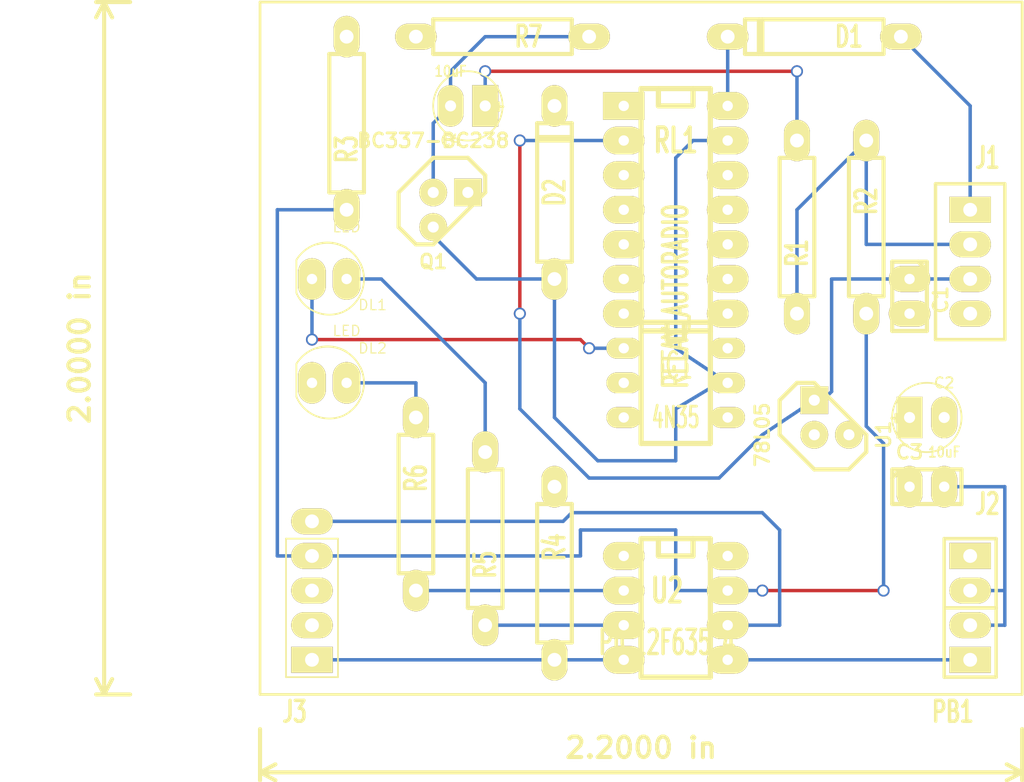
<source format=kicad_pcb>
(kicad_pcb (version 3) (host pcbnew "(2013-07-07 BZR 4022)-stable")

  (general
    (links 47)
    (no_connects 1)
    (area 42.800001 27.839999 123.147666 87.155)
    (thickness 1.6)
    (drawings 7)
    (tracks 150)
    (zones 0)
    (modules 24)
    (nets 19)
  )

  (page A3)
  (layers
    (15 F.Cu signal)
    (4 F1.Cu signal)
    (3 F2.Cu signal)
    (2 GND.Cu power)
    (1 VCC.Cu power)
    (0 B.Cu signal)
    (16 B.Adhes user)
    (17 F.Adhes user)
    (18 B.Paste user)
    (19 F.Paste user)
    (20 B.SilkS user)
    (21 F.SilkS user)
    (22 B.Mask user)
    (23 F.Mask user)
    (24 Dwgs.User user)
    (25 Cmts.User user)
    (26 Eco1.User user)
    (27 Eco2.User user)
    (28 Edge.Cuts user)
  )

  (setup
    (last_trace_width 0.254)
    (trace_clearance 0.254)
    (zone_clearance 0.508)
    (zone_45_only no)
    (trace_min 0.254)
    (segment_width 0.2)
    (edge_width 0.1)
    (via_size 0.889)
    (via_drill 0.635)
    (via_min_size 0.889)
    (via_min_drill 0.508)
    (uvia_size 0.508)
    (uvia_drill 0.127)
    (uvias_allowed no)
    (uvia_min_size 0.508)
    (uvia_min_drill 0.127)
    (pcb_text_width 0.3)
    (pcb_text_size 1.5 1.5)
    (mod_edge_width 0.127)
    (mod_text_size 1 1)
    (mod_text_width 0.15)
    (pad_size 1.905 3.048)
    (pad_drill 1.016)
    (pad_to_mask_clearance 0)
    (aux_axis_origin 0 0)
    (visible_elements 7FFF7FFF)
    (pcbplotparams
      (layerselection 3178527)
      (usegerberextensions false)
      (excludeedgelayer true)
      (linewidth 0.150000)
      (plotframeref true)
      (viasonmask false)
      (mode 1)
      (useauxorigin false)
      (hpglpennumber 1)
      (hpglpenspeed 20)
      (hpglpendiameter 15)
      (hpglpenoverlay 2)
      (psnegative false)
      (psa4output true)
      (plotreference true)
      (plotvalue true)
      (plotothertext true)
      (plotinvisibletext false)
      (padsonsilk false)
      (subtractmaskfromsilk false)
      (outputformat 2)
      (mirror false)
      (drillshape 0)
      (scaleselection 1)
      (outputdirectory PS/))
  )

  (net 0 "")
  (net 1 +12V)
  (net 2 +5V)
  (net 3 /+12V_CMD)
  (net 4 "/+12Vcc (Autoradio)")
  (net 5 /ClockOUT)
  (net 6 GND)
  (net 7 ICSPCLK)
  (net 8 ICSPDAT)
  (net 9 N-0000010)
  (net 10 N-0000011)
  (net 11 N-0000012)
  (net 12 N-0000013)
  (net 13 N-0000014)
  (net 14 N-000002)
  (net 15 N-000003)
  (net 16 N-000004)
  (net 17 N-000009)
  (net 18 VPP/MCLR)

  (net_class Default "This is the default net class."
    (clearance 0.254)
    (trace_width 0.254)
    (via_dia 0.889)
    (via_drill 0.635)
    (uvia_dia 0.508)
    (uvia_drill 0.127)
    (add_net "")
    (add_net +12V)
    (add_net +5V)
    (add_net /+12V_CMD)
    (add_net "/+12Vcc (Autoradio)")
    (add_net /ClockOUT)
    (add_net GND)
    (add_net ICSPCLK)
    (add_net ICSPDAT)
    (add_net N-0000010)
    (add_net N-0000011)
    (add_net N-0000012)
    (add_net N-0000013)
    (add_net N-0000014)
    (add_net N-000002)
    (add_net N-000003)
    (add_net N-000004)
    (add_net N-000009)
    (add_net VPP/MCLR)
  )

  (module LnCap_100 (layer F.Cu) (tedit 549DD321) (tstamp 547ACBE3)
    (at 109.855 49.53 270)
    (descr "Ln Cond 1 pas")
    (tags C)
    (path /5479D91E)
    (fp_text reference C1 (at 0.254 -2.286 270) (layer F.SilkS)
      (effects (font (size 1.016 1.016) (thickness 0.2032)))
    )
    (fp_text value 100nF (at 0 -2.286 270) (layer F.SilkS) hide
      (effects (font (size 1.016 1.016) (thickness 0.2032)))
    )
    (fp_line (start -2.4892 -1.27) (end 2.54 -1.27) (layer F.SilkS) (width 0.3048))
    (fp_line (start 2.54 -1.27) (end 2.54 1.27) (layer F.SilkS) (width 0.3048))
    (fp_line (start 2.54 1.27) (end -2.54 1.27) (layer F.SilkS) (width 0.3048))
    (fp_line (start -2.54 1.27) (end -2.54 -1.27) (layer F.SilkS) (width 0.3048))
    (fp_line (start -2.54 -0.635) (end -1.905 -1.27) (layer F.SilkS) (width 0.3048))
    (pad 1 thru_hole oval (at -1.27 0 270) (size 1.905 3.048) (drill 0.762)
      (layers *.Mask B.Cu F.SilkS)
      (net 4 "/+12Vcc (Autoradio)")
    )
    (pad 2 thru_hole oval (at 1.27 0 270) (size 1.905 3.048) (drill 0.762)
      (layers *.Cu *.Mask F.SilkS)
      (net 6 GND)
    )
    (model discret/capa_1_pas.wrl
      (at (xyz 0 0 0))
      (scale (xyz 1 1 1))
      (rotate (xyz 0 0 0))
    )
  )

  (module LnDIP-08_300   locked (layer F.Cu) (tedit 549DD345) (tstamp 547ACB73)
    (at 88.9 68.58)
    (descr "8 pins DIL package, elliptical pads")
    (tags DIL)
    (path /547C17A2)
    (fp_text reference U2 (at 3.175 2.54) (layer F.SilkS)
      (effects (font (size 1.778 1.143) (thickness 0.28575)))
    )
    (fp_text value PIC12F635_4 (at 3.175 6.35) (layer F.SilkS)
      (effects (font (size 1.778 1.016) (thickness 0.254)))
    )
    (fp_line (start 5.08 -1.27) (end 5.08 0) (layer F.SilkS) (width 0.381))
    (fp_line (start 5.08 0) (end 2.54 0) (layer F.SilkS) (width 0.381))
    (fp_line (start 2.54 0) (end 2.54 -1.27) (layer F.SilkS) (width 0.381))
    (fp_line (start 6.35 -1.27) (end 6.35 8.89) (layer F.SilkS) (width 0.381))
    (fp_line (start 6.35 8.89) (end 1.27 8.89) (layer F.SilkS) (width 0.381))
    (fp_line (start 1.27 8.89) (end 1.27 -1.27) (layer F.SilkS) (width 0.381))
    (fp_line (start 1.27 -1.27) (end 6.35 -1.27) (layer F.SilkS) (width 0.381))
    (pad 1 thru_hole oval (at 0 0 270) (size 2.032 3.048) (drill 0.762)
      (layers *.Cu *.Mask F.SilkS)
      (net 2 +5V)
    )
    (pad 2 thru_hole oval (at 0 2.54 270) (size 2.032 3.048) (drill 0.762)
      (layers *.Mask B.Cu F.SilkS)
      (net 14 N-000002)
    )
    (pad 3 thru_hole oval (at 0 5.08 270) (size 2.032 3.048) (drill 0.762)
      (layers *.Mask B.Cu F.SilkS)
      (net 5 /ClockOUT)
    )
    (pad 4 thru_hole oval (at 0 7.62 270) (size 2.032 3.048) (drill 0.762)
      (layers *.Mask B.Cu F.SilkS)
      (net 18 VPP/MCLR)
    )
    (pad 5 thru_hole oval (at 7.62 7.62 270) (size 2.032 3.048) (drill 0.762)
      (layers *.Mask B.Cu F.SilkS)
      (net 9 N-0000010)
    )
    (pad 6 thru_hole oval (at 7.62 5.08 270) (size 2.032 3.048) (drill 0.762)
      (layers *.Mask B.Cu F.SilkS)
      (net 7 ICSPCLK)
    )
    (pad 7 thru_hole oval (at 7.62 2.54 270) (size 2.032 3.048) (drill 0.762)
      (layers *.Mask B.Cu F.SilkS)
      (net 8 ICSPDAT)
    )
    (pad 8 thru_hole oval (at 7.62 0 270) (size 2.032 3.048) (drill 0.762)
      (layers *.Cu *.Mask F.SilkS)
      (net 6 GND)
    )
    (model dil/dil_8.wrl
      (at (xyz 0 0 0))
      (scale (xyz 1 1 1))
      (rotate (xyz 0 0 0))
    )
  )

  (module LnDiode_500 (layer F.Cu) (tedit 549DD42E) (tstamp 547ACBBD)
    (at 83.82 41.91 90)
    (descr "Diode 5 pas")
    (tags "DIODE DEV")
    (path /547EB908)
    (fp_text reference D2 (at 0 0 90) (layer F.SilkS)
      (effects (font (size 1.524 1.016) (thickness 0.3048)))
    )
    (fp_text value 1N4148 (at 0 2.54 90) (layer F.SilkS) hide
      (effects (font (size 1.524 1.016) (thickness 0.3048)))
    )
    (fp_line (start 6.35 0) (end 5.08 0) (layer F.SilkS) (width 0.3048))
    (fp_line (start 5.08 0) (end 5.08 -1.27) (layer F.SilkS) (width 0.3048))
    (fp_line (start 5.08 -1.27) (end -5.08 -1.27) (layer F.SilkS) (width 0.3048))
    (fp_line (start -5.08 -1.27) (end -5.08 0) (layer F.SilkS) (width 0.3048))
    (fp_line (start -5.08 0) (end -6.35 0) (layer F.SilkS) (width 0.3048))
    (fp_line (start -5.08 0) (end -5.08 1.27) (layer F.SilkS) (width 0.3048))
    (fp_line (start -5.08 1.27) (end 5.08 1.27) (layer F.SilkS) (width 0.3048))
    (fp_line (start 5.08 1.27) (end 5.08 0) (layer F.SilkS) (width 0.3048))
    (fp_line (start 3.81 -1.27) (end 3.81 1.27) (layer F.SilkS) (width 0.3048))
    (fp_line (start 4.064 -1.27) (end 4.064 1.27) (layer F.SilkS) (width 0.3048))
    (pad 1 thru_hole oval (at -6.35 0 180) (size 1.905 3.048) (drill 1.016)
      (layers *.Mask B.Cu F.SilkS)
      (net 11 N-0000012)
    )
    (pad 2 thru_hole oval (at 6.35 0 180) (size 1.905 3.048) (drill 1.016)
      (layers *.Cu *.Mask F.SilkS)
      (net 13 N-0000014)
    )
    (model discret/diode.wrl
      (at (xyz 0 0 0))
      (scale (xyz 0.5 0.5 0.5))
      (rotate (xyz 0 0 0))
    )
  )

  (module LnLM78XX-TO92 (layer F.Cu) (tedit 549DD333) (tstamp 547AD6A5)
    (at 104.14 58.42 90)
    (descr 7805)
    (tags "TR TO92")
    (path /5479CD70)
    (fp_text reference U1 (at -1.27 3.81 90) (layer F.SilkS)
      (effects (font (size 1.016 1.016) (thickness 0.2032)))
    )
    (fp_text value 78L05 (at -1.27 -5.08 90) (layer F.SilkS)
      (effects (font (size 1.016 1.016) (thickness 0.2032)))
    )
    (fp_line (start -1.27 2.54) (end 2.54 -1.27) (layer F.SilkS) (width 0.3048))
    (fp_line (start 2.54 -1.27) (end 2.54 -2.54) (layer F.SilkS) (width 0.3048))
    (fp_line (start 2.54 -2.54) (end 1.27 -3.81) (layer F.SilkS) (width 0.3048))
    (fp_line (start 1.27 -3.81) (end -1.27 -3.81) (layer F.SilkS) (width 0.3048))
    (fp_line (start -1.27 -3.81) (end -3.81 -1.27) (layer F.SilkS) (width 0.3048))
    (fp_line (start -3.81 -1.27) (end -3.81 1.27) (layer F.SilkS) (width 0.3048))
    (fp_line (start -3.81 1.27) (end -2.54 2.54) (layer F.SilkS) (width 0.3048))
    (fp_line (start -2.54 2.54) (end -1.27 2.54) (layer F.SilkS) (width 0.3048))
    (pad VI thru_hole rect (at 1.27 -1.27 90) (size 2.032 2.032) (drill 0.8128)
      (layers *.Mask B.Cu F.SilkS)
      (net 4 "/+12Vcc (Autoradio)")
    )
    (pad GND thru_hole circle (at -1.27 -1.27 90) (size 2.032 2.032) (drill 0.8128)
      (layers *.Cu *.Mask F.SilkS)
      (net 6 GND)
    )
    (pad VO thru_hole circle (at -1.27 1.27 90) (size 2.032 2.032) (drill 0.8128)
      (layers *.Cu *.Mask F.SilkS)
      (net 2 +5V)
    )
    (model discret/to98.wrl
      (at (xyz 0 0 0))
      (scale (xyz 1 1 1))
      (rotate (xyz 0 0 0))
    )
  )

  (module LnRes-500 (layer F.Cu) (tedit 549DD306) (tstamp 549DD0C0)
    (at 68.58 43.18 90)
    (descr "Diode 5 pas")
    (tags "DIODE DEV")
    (path /5479D629)
    (fp_text reference R3 (at 4.445 0 90) (layer F.SilkS)
      (effects (font (size 1.524 1.016) (thickness 0.254)))
    )
    (fp_text value 2K2 (at 8.255 0 90) (layer F.SilkS) hide
      (effects (font (size 1.524 1.016) (thickness 0.254)))
    )
    (fp_line (start 12.7 0) (end 11.43 0) (layer F.SilkS) (width 0.3048))
    (fp_line (start 11.43 0) (end 11.43 -1.27) (layer F.SilkS) (width 0.3048))
    (fp_line (start 11.43 -1.27) (end 1.27 -1.27) (layer F.SilkS) (width 0.3048))
    (fp_line (start 1.27 -1.27) (end 1.27 0) (layer F.SilkS) (width 0.3048))
    (fp_line (start 1.27 0) (end 0 0) (layer F.SilkS) (width 0.3048))
    (fp_line (start 1.27 0) (end 1.27 1.27) (layer F.SilkS) (width 0.3048))
    (fp_line (start 1.27 1.27) (end 11.43 1.27) (layer F.SilkS) (width 0.3048))
    (fp_line (start 11.43 1.27) (end 11.43 0) (layer F.SilkS) (width 0.3048))
    (pad 1 thru_hole oval (at 0 0 180) (size 1.905 3.048) (drill 1.016)
      (layers *.Mask B.Cu F.SilkS)
      (net 8 ICSPDAT)
    )
    (pad 2 thru_hole oval (at 12.7 0 180) (size 1.905 3.048) (drill 1.016)
      (layers *.Cu *.Mask F.SilkS)
      (net 6 GND)
    )
    (model discret/diode.wrl
      (at (xyz 0 0 0))
      (scale (xyz 0.5 0.5 0.5))
      (rotate (xyz 0 0 0))
    )
  )

  (module LnRes-500 (layer F.Cu) (tedit 549DD30B) (tstamp 549DD0CE)
    (at 86.36 30.48 180)
    (descr "Diode 5 pas")
    (tags "DIODE DEV")
    (path /549D8685)
    (fp_text reference R7 (at 4.445 0 180) (layer F.SilkS)
      (effects (font (size 1.524 1.016) (thickness 0.254)))
    )
    (fp_text value 2k2 (at 8.255 0 180) (layer F.SilkS) hide
      (effects (font (size 1.524 1.016) (thickness 0.254)))
    )
    (fp_line (start 12.7 0) (end 11.43 0) (layer F.SilkS) (width 0.3048))
    (fp_line (start 11.43 0) (end 11.43 -1.27) (layer F.SilkS) (width 0.3048))
    (fp_line (start 11.43 -1.27) (end 1.27 -1.27) (layer F.SilkS) (width 0.3048))
    (fp_line (start 1.27 -1.27) (end 1.27 0) (layer F.SilkS) (width 0.3048))
    (fp_line (start 1.27 0) (end 0 0) (layer F.SilkS) (width 0.3048))
    (fp_line (start 1.27 0) (end 1.27 1.27) (layer F.SilkS) (width 0.3048))
    (fp_line (start 1.27 1.27) (end 11.43 1.27) (layer F.SilkS) (width 0.3048))
    (fp_line (start 11.43 1.27) (end 11.43 0) (layer F.SilkS) (width 0.3048))
    (pad 1 thru_hole oval (at 0 0 270) (size 1.905 3.048) (drill 1.016)
      (layers *.Mask B.Cu F.SilkS)
      (net 10 N-0000011)
    )
    (pad 2 thru_hole oval (at 12.7 0 270) (size 1.905 3.048) (drill 1.016)
      (layers *.Cu *.Mask F.SilkS)
      (net 6 GND)
    )
    (model discret/diode.wrl
      (at (xyz 0 0 0))
      (scale (xyz 0.5 0.5 0.5))
      (rotate (xyz 0 0 0))
    )
  )

  (module LnRes-500 (layer F.Cu) (tedit 549DC438) (tstamp 549DD108)
    (at 106.68 38.1 270)
    (descr "Diode 5 pas")
    (tags "DIODE DEV")
    (path /5479D383)
    (fp_text reference R2 (at 4.445 0 270) (layer F.SilkS)
      (effects (font (size 1.524 1.016) (thickness 0.254)))
    )
    (fp_text value 4K7 (at 8.255 0 270) (layer F.SilkS) hide
      (effects (font (size 1.524 1.016) (thickness 0.254)))
    )
    (fp_line (start 12.7 0) (end 11.43 0) (layer F.SilkS) (width 0.3048))
    (fp_line (start 11.43 0) (end 11.43 -1.27) (layer F.SilkS) (width 0.3048))
    (fp_line (start 11.43 -1.27) (end 1.27 -1.27) (layer F.SilkS) (width 0.3048))
    (fp_line (start 1.27 -1.27) (end 1.27 0) (layer F.SilkS) (width 0.3048))
    (fp_line (start 1.27 0) (end 0 0) (layer F.SilkS) (width 0.3048))
    (fp_line (start 1.27 0) (end 1.27 1.27) (layer F.SilkS) (width 0.3048))
    (fp_line (start 1.27 1.27) (end 11.43 1.27) (layer F.SilkS) (width 0.3048))
    (fp_line (start 11.43 1.27) (end 11.43 0) (layer F.SilkS) (width 0.3048))
    (pad 1 thru_hole oval (at 0 0) (size 1.905 3.048) (drill 1.016)
      (layers *.Mask B.Cu F.SilkS)
      (net 3 /+12V_CMD)
    )
    (pad 2 thru_hole oval (at 12.7 0) (size 1.905 3.048) (drill 1.016)
      (layers *.Mask B.Cu F.SilkS)
      (net 8 ICSPDAT)
    )
    (model discret/diode.wrl
      (at (xyz 0 0 0))
      (scale (xyz 0.5 0.5 0.5))
      (rotate (xyz 0 0 0))
    )
  )

  (module LnRes-500 (layer F.Cu) (tedit 549DC438) (tstamp 549DD116)
    (at 101.6 50.8 90)
    (descr "Diode 5 pas")
    (tags "DIODE DEV")
    (path /54973568)
    (fp_text reference R1 (at 4.445 0 90) (layer F.SilkS)
      (effects (font (size 1.524 1.016) (thickness 0.254)))
    )
    (fp_text value 25K (at 8.255 0 90) (layer F.SilkS) hide
      (effects (font (size 1.524 1.016) (thickness 0.254)))
    )
    (fp_line (start 12.7 0) (end 11.43 0) (layer F.SilkS) (width 0.3048))
    (fp_line (start 11.43 0) (end 11.43 -1.27) (layer F.SilkS) (width 0.3048))
    (fp_line (start 11.43 -1.27) (end 1.27 -1.27) (layer F.SilkS) (width 0.3048))
    (fp_line (start 1.27 -1.27) (end 1.27 0) (layer F.SilkS) (width 0.3048))
    (fp_line (start 1.27 0) (end 0 0) (layer F.SilkS) (width 0.3048))
    (fp_line (start 1.27 0) (end 1.27 1.27) (layer F.SilkS) (width 0.3048))
    (fp_line (start 1.27 1.27) (end 11.43 1.27) (layer F.SilkS) (width 0.3048))
    (fp_line (start 11.43 1.27) (end 11.43 0) (layer F.SilkS) (width 0.3048))
    (pad 1 thru_hole oval (at 0 0 180) (size 1.905 3.048) (drill 1.016)
      (layers *.Mask B.Cu F.SilkS)
      (net 3 /+12V_CMD)
    )
    (pad 2 thru_hole oval (at 12.7 0 180) (size 1.905 3.048) (drill 1.016)
      (layers *.Mask B.Cu F.SilkS)
      (net 12 N-0000013)
    )
    (model discret/diode.wrl
      (at (xyz 0 0 0))
      (scale (xyz 0.5 0.5 0.5))
      (rotate (xyz 0 0 0))
    )
  )

  (module LnRes-500 (layer F.Cu) (tedit 549DCE21) (tstamp 549DD143)
    (at 83.82 63.5 270)
    (descr "Diode 5 pas")
    (tags "DIODE DEV")
    (path /5399FA94)
    (fp_text reference R4 (at 4.445 0 270) (layer F.SilkS)
      (effects (font (size 1.524 1.016) (thickness 0.254)))
    )
    (fp_text value 25K (at 8.255 0 270) (layer F.SilkS) hide
      (effects (font (size 1.524 1.016) (thickness 0.254)))
    )
    (fp_line (start 12.7 0) (end 11.43 0) (layer F.SilkS) (width 0.3048))
    (fp_line (start 11.43 0) (end 11.43 -1.27) (layer F.SilkS) (width 0.3048))
    (fp_line (start 11.43 -1.27) (end 1.27 -1.27) (layer F.SilkS) (width 0.3048))
    (fp_line (start 1.27 -1.27) (end 1.27 0) (layer F.SilkS) (width 0.3048))
    (fp_line (start 1.27 0) (end 0 0) (layer F.SilkS) (width 0.3048))
    (fp_line (start 1.27 0) (end 1.27 1.27) (layer F.SilkS) (width 0.3048))
    (fp_line (start 1.27 1.27) (end 11.43 1.27) (layer F.SilkS) (width 0.3048))
    (fp_line (start 11.43 1.27) (end 11.43 0) (layer F.SilkS) (width 0.3048))
    (pad 1 thru_hole oval (at 0 0) (size 1.905 3.048) (drill 1.016)
      (layers *.Cu *.Mask F.SilkS)
      (net 2 +5V)
    )
    (pad 2 thru_hole oval (at 12.7 0) (size 1.905 3.048) (drill 1.016)
      (layers *.Mask B.Cu F.SilkS)
      (net 18 VPP/MCLR)
    )
    (model discret/diode.wrl
      (at (xyz 0 0 0))
      (scale (xyz 0.5 0.5 0.5))
      (rotate (xyz 0 0 0))
    )
  )

  (module LnRes-500 (layer F.Cu) (tedit 549FEAF4) (tstamp 549DD151)
    (at 73.66 58.42 270)
    (descr "Diode 5 pas")
    (tags "DIODE DEV")
    (path /54797C73)
    (fp_text reference R6 (at 4.445 0 270) (layer F.SilkS)
      (effects (font (size 1.524 1.016) (thickness 0.254)))
    )
    (fp_text value 470 (at 8.255 0 270) (layer F.SilkS) hide
      (effects (font (size 1.524 1.016) (thickness 0.254)))
    )
    (fp_line (start 12.7 0) (end 11.43 0) (layer F.SilkS) (width 0.3048))
    (fp_line (start 11.43 0) (end 11.43 -1.27) (layer F.SilkS) (width 0.3048))
    (fp_line (start 11.43 -1.27) (end 1.27 -1.27) (layer F.SilkS) (width 0.3048))
    (fp_line (start 1.27 -1.27) (end 1.27 0) (layer F.SilkS) (width 0.3048))
    (fp_line (start 1.27 0) (end 0 0) (layer F.SilkS) (width 0.3048))
    (fp_line (start 1.27 0) (end 1.27 1.27) (layer F.SilkS) (width 0.3048))
    (fp_line (start 1.27 1.27) (end 11.43 1.27) (layer F.SilkS) (width 0.3048))
    (fp_line (start 11.43 1.27) (end 11.43 0) (layer F.SilkS) (width 0.3048))
    (pad 1 thru_hole oval (at 0 0) (size 1.905 3.048) (drill 1.016)
      (layers *.Cu *.Mask F.SilkS)
      (net 17 N-000009)
    )
    (pad 2 thru_hole oval (at 12.7 0) (size 1.905 3.048) (drill 1.016)
      (layers *.Mask B.Cu F.SilkS)
      (net 14 N-000002)
    )
    (model discret/diode.wrl
      (at (xyz 0 0 0))
      (scale (xyz 0.5 0.5 0.5))
      (rotate (xyz 0 0 0))
    )
  )

  (module LnRes-500 (layer F.Cu) (tedit 549DC438) (tstamp 549DD15F)
    (at 78.74 73.66 90)
    (descr "Diode 5 pas")
    (tags "DIODE DEV")
    (path /547EB8EC)
    (fp_text reference R5 (at 4.445 0 90) (layer F.SilkS)
      (effects (font (size 1.524 1.016) (thickness 0.254)))
    )
    (fp_text value 330 (at 8.255 0 90) (layer F.SilkS) hide
      (effects (font (size 1.524 1.016) (thickness 0.254)))
    )
    (fp_line (start 12.7 0) (end 11.43 0) (layer F.SilkS) (width 0.3048))
    (fp_line (start 11.43 0) (end 11.43 -1.27) (layer F.SilkS) (width 0.3048))
    (fp_line (start 11.43 -1.27) (end 1.27 -1.27) (layer F.SilkS) (width 0.3048))
    (fp_line (start 1.27 -1.27) (end 1.27 0) (layer F.SilkS) (width 0.3048))
    (fp_line (start 1.27 0) (end 0 0) (layer F.SilkS) (width 0.3048))
    (fp_line (start 1.27 0) (end 1.27 1.27) (layer F.SilkS) (width 0.3048))
    (fp_line (start 1.27 1.27) (end 11.43 1.27) (layer F.SilkS) (width 0.3048))
    (fp_line (start 11.43 1.27) (end 11.43 0) (layer F.SilkS) (width 0.3048))
    (pad 1 thru_hole oval (at 0 0 180) (size 1.905 3.048) (drill 1.016)
      (layers *.Mask B.Cu F.SilkS)
      (net 5 /ClockOUT)
    )
    (pad 2 thru_hole oval (at 12.7 0 180) (size 1.905 3.048) (drill 1.016)
      (layers *.Mask B.Cu F.SilkS)
      (net 15 N-000003)
    )
    (model discret/diode.wrl
      (at (xyz 0 0 0))
      (scale (xyz 0.5 0.5 0.5))
      (rotate (xyz 0 0 0))
    )
  )

  (module LnDiode_500 (layer F.Cu) (tedit 549DC52C) (tstamp 549DD49D)
    (at 109.22 30.48 180)
    (descr "Diode 5 pas")
    (tags "DIODE DEV")
    (path /5479CD9B)
    (fp_text reference D1 (at 3.81 0 180) (layer F.SilkS)
      (effects (font (size 1.524 1.016) (thickness 0.254)))
    )
    (fp_text value 1N4001 (at 6.35 0 180) (layer F.SilkS) hide
      (effects (font (size 1.524 1.016) (thickness 0.254)))
    )
    (fp_line (start 12.7 0) (end 11.43 0) (layer F.SilkS) (width 0.3048))
    (fp_line (start 11.43 0) (end 11.43 -1.27) (layer F.SilkS) (width 0.3048))
    (fp_line (start 11.43 -1.27) (end 1.27 -1.27) (layer F.SilkS) (width 0.3048))
    (fp_line (start 1.27 -1.27) (end 1.27 0) (layer F.SilkS) (width 0.3048))
    (fp_line (start 1.27 0) (end 0 0) (layer F.SilkS) (width 0.3048))
    (fp_line (start 1.27 0) (end 1.27 1.27) (layer F.SilkS) (width 0.3048))
    (fp_line (start 1.27 1.27) (end 11.43 1.27) (layer F.SilkS) (width 0.3048))
    (fp_line (start 11.43 1.27) (end 11.43 0) (layer F.SilkS) (width 0.3048))
    (fp_line (start 10.16 -1.27) (end 10.16 1.27) (layer F.SilkS) (width 0.3048))
    (fp_line (start 10.414 -1.27) (end 10.414 1.27) (layer F.SilkS) (width 0.3048))
    (pad 1 thru_hole oval (at 0 0 270) (size 1.905 3.048) (drill 1.016)
      (layers *.Mask B.Cu F.SilkS)
      (net 1 +12V)
    )
    (pad 2 thru_hole oval (at 12.7 0 270) (size 1.905 3.048) (drill 1.016)
      (layers *.Mask B.Cu F.SilkS)
      (net 13 N-0000014)
    )
    (model discret/diode.wrl
      (at (xyz 0 0 0))
      (scale (xyz 0.5 0.5 0.5))
      (rotate (xyz 0 0 0))
    )
  )

  (module LnCap_100 (layer F.Cu) (tedit 549DD32F) (tstamp 549DE17C)
    (at 109.855 63.5)
    (descr "Ln Cond 1 pas")
    (tags C)
    (path /5479D8A2)
    (fp_text reference C3 (at 0 -2.54) (layer F.SilkS)
      (effects (font (size 1.016 1.016) (thickness 0.2032)))
    )
    (fp_text value 100nF (at 0 2.54) (layer F.SilkS) hide
      (effects (font (size 1.016 1.016) (thickness 0.2032)))
    )
    (fp_line (start -1.2192 -1.27) (end 3.81 -1.27) (layer F.SilkS) (width 0.3048))
    (fp_line (start 3.81 -1.27) (end 3.81 1.27) (layer F.SilkS) (width 0.3048))
    (fp_line (start 3.81 1.27) (end -1.27 1.27) (layer F.SilkS) (width 0.3048))
    (fp_line (start -1.27 1.27) (end -1.27 -1.27) (layer F.SilkS) (width 0.3048))
    (fp_line (start -1.27 -0.635) (end -0.635 -1.27) (layer F.SilkS) (width 0.3048))
    (pad 1 thru_hole oval (at 0 0) (size 1.905 3.048) (drill 0.762)
      (layers *.Cu *.Mask F.SilkS)
      (net 2 +5V)
    )
    (pad 2 thru_hole oval (at 2.54 0) (size 1.905 3.048) (drill 0.762)
      (layers *.Cu *.Mask F.SilkS)
      (net 6 GND)
    )
    (model discret/capa_1_pas.wrl
      (at (xyz 0 0 0))
      (scale (xyz 1 1 1))
      (rotate (xyz 0 0 0))
    )
  )

  (module LnDIP-06_300 (layer F.Cu) (tedit 549DD355) (tstamp 549DE2BD)
    (at 88.9 53.34)
    (descr "6 pins DIL package, round pads")
    (tags DIL)
    (path /547EB8F2)
    (fp_text reference IC1 (at 3.81 1.27) (layer F.SilkS)
      (effects (font (size 1.905 1.016) (thickness 0.2032)))
    )
    (fp_text value 4N35 (at 3.81 5.08) (layer F.SilkS)
      (effects (font (size 1.524 0.889) (thickness 0.2032)))
    )
    (fp_line (start 6.35 -1.905) (end 6.35 6.985) (layer F.SilkS) (width 0.381))
    (fp_line (start 6.35 6.985) (end 1.27 6.985) (layer F.SilkS) (width 0.381))
    (fp_line (start 1.27 6.985) (end 1.27 -1.905) (layer F.SilkS) (width 0.381))
    (fp_line (start 1.27 -1.905) (end 6.35 -1.905) (layer F.SilkS) (width 0.381))
    (fp_line (start 4.445 -1.905) (end 4.445 -0.635) (layer F.SilkS) (width 0.381))
    (fp_line (start 4.445 -0.635) (end 3.175 -0.635) (layer F.SilkS) (width 0.381))
    (fp_line (start 3.175 -0.635) (end 3.175 -1.905) (layer F.SilkS) (width 0.381))
    (pad 2 thru_hole oval (at 0 2.54 270) (size 1.524 2.54) (drill 0.762)
      (layers *.Cu *.Mask F.SilkS)
      (net 6 GND)
    )
    (pad 1 thru_hole oval (at 0 0 270) (size 1.524 2.54) (drill 0.762)
      (layers *.Mask B.Cu F.SilkS)
      (net 16 N-000004)
    )
    (pad 3 thru_hole oval (at 0 5.08 270) (size 1.524 2.54) (drill 0.762)
      (layers *.Mask B.Cu F.SilkS)
    )
    (pad 4 thru_hole oval (at 7.62 5.08 270) (size 1.524 2.54) (drill 0.762)
      (layers *.Cu *.Mask F.SilkS)
      (net 6 GND)
    )
    (pad 5 thru_hole oval (at 7.62 2.54 270) (size 1.524 2.54) (drill 0.762)
      (layers *.Mask B.Cu F.SilkS)
      (net 11 N-0000012)
    )
    (pad 6 thru_hole oval (at 7.62 0 270) (size 1.524 2.54) (drill 0.762)
      (layers *.Mask B.Cu F.SilkS)
    )
    (model dil/dil_6.wrl
      (at (xyz 0 0 0))
      (scale (xyz 1 1 1))
      (rotate (xyz 0 0 0))
    )
  )

  (module Ln-TO92-BC238 (layer F.Cu) (tedit 549EDE7E) (tstamp 549D899B)
    (at 76.2 43.18)
    (descr BC238)
    (tags "TR TO92")
    (path /549D865E)
    (fp_text reference Q1 (at -1.27 3.81) (layer F.SilkS)
      (effects (font (size 1.016 1.016) (thickness 0.2032)))
    )
    (fp_text value BC337-BC238 (at -1.27 -5.08) (layer F.SilkS)
      (effects (font (size 1.016 1.016) (thickness 0.2032)))
    )
    (fp_line (start -1.27 2.54) (end 2.54 -1.27) (layer F.SilkS) (width 0.3048))
    (fp_line (start 2.54 -1.27) (end 2.54 -2.54) (layer F.SilkS) (width 0.3048))
    (fp_line (start 2.54 -2.54) (end 1.27 -3.81) (layer F.SilkS) (width 0.3048))
    (fp_line (start 1.27 -3.81) (end -1.27 -3.81) (layer F.SilkS) (width 0.3048))
    (fp_line (start -1.27 -3.81) (end -3.81 -1.27) (layer F.SilkS) (width 0.3048))
    (fp_line (start -3.81 -1.27) (end -3.81 1.27) (layer F.SilkS) (width 0.3048))
    (fp_line (start -3.81 1.27) (end -2.54 2.54) (layer F.SilkS) (width 0.3048))
    (fp_line (start -2.54 2.54) (end -1.27 2.54) (layer F.SilkS) (width 0.3048))
    (pad E thru_hole rect (at 1.27 -1.27) (size 2.032 2.032) (drill 0.8128)
      (layers *.Cu *.Mask F.SilkS)
      (net 6 GND)
    )
    (pad B thru_hole circle (at -1.27 -1.27) (size 2.032 2.032) (drill 0.8128)
      (layers *.Mask B.Cu F.SilkS)
      (net 10 N-0000011)
    )
    (pad C thru_hole circle (at -1.27 1.27) (size 2.032 2.032) (drill 0.8128)
      (layers *.Mask B.Cu F.SilkS)
      (net 11 N-0000012)
    )
    (model discret/to98.wrl
      (at (xyz 0 0 0))
      (scale (xyz 1 1 1))
      (rotate (xyz 0 0 0))
    )
  )

  (module LnCAPE_100_V5 (layer F.Cu) (tedit 549EE0C5) (tstamp 549EE539)
    (at 78.74 35.56 180)
    (descr "Condensateur e = 1 pas")
    (tags C)
    (path /5497C750)
    (fp_text reference C4 (at 2.54 -2.54 180) (layer F.SilkS)
      (effects (font (size 0.762 0.762) (thickness 0.127)))
    )
    (fp_text value 10uF (at 2.54 2.54 180) (layer F.SilkS)
      (effects (font (size 0.762 0.635) (thickness 0.127)))
    )
    (fp_text user + (at -1.016 0 180) (layer F.SilkS)
      (effects (font (size 0.762 0.762) (thickness 0.2032)))
    )
    (fp_circle (center 1.27 0) (end 1.397 -2.54) (layer F.SilkS) (width 0.127))
    (pad + thru_hole rect (at 0 0 180) (size 1.905 3.048) (drill 0.8128)
      (layers *.Mask B.Cu F.SilkS)
      (net 12 N-0000013)
    )
    (pad - thru_hole oval (at 2.54 0 180) (size 1.905 3.048) (drill 0.8128)
      (layers *.Mask B.Cu F.SilkS)
      (net 10 N-0000011)
    )
    (model discret/c_vert_c1v5.wrl
      (at (xyz 0 0 0))
      (scale (xyz 1 1 1))
      (rotate (xyz 0 0 0))
    )
  )

  (module LnCAPE_100_V5 (layer F.Cu) (tedit 549EE25D) (tstamp 549EE54A)
    (at 109.855 58.42)
    (descr "Condensateur e = 1 pas")
    (tags C)
    (path /5479D8B1)
    (fp_text reference C2 (at 2.54 -2.54) (layer F.SilkS)
      (effects (font (size 0.762 0.762) (thickness 0.127)))
    )
    (fp_text value 10uF (at 2.54 2.54) (layer F.SilkS)
      (effects (font (size 0.762 0.635) (thickness 0.127)))
    )
    (fp_text user + (at -1.016 0) (layer F.SilkS)
      (effects (font (size 0.762 0.762) (thickness 0.2032)))
    )
    (fp_circle (center 1.27 0) (end 1.397 -2.54) (layer F.SilkS) (width 0.127))
    (pad + thru_hole rect (at 0 0) (size 1.905 3.048) (drill 0.8128)
      (layers *.Cu *.Mask F.SilkS)
      (net 2 +5V)
    )
    (pad - thru_hole oval (at 2.54 0) (size 1.905 3.048) (drill 0.8128)
      (layers *.Cu *.Mask F.SilkS)
      (net 6 GND)
    )
    (model discret/c_vert_c1v5.wrl
      (at (xyz 0 0 0))
      (scale (xyz 1 1 1))
      (rotate (xyz 0 0 0))
    )
  )

  (module LnSIP-04 (layer F.Cu) (tedit 549FE869) (tstamp 54A03FCC)
    (at 114.3 43.18)
    (descr "Ln Connector")
    (tags Connector)
    (path /549ED5C2)
    (fp_text reference J1 (at 1.27 -3.81) (layer F.SilkS)
      (effects (font (size 1.524 1.016) (thickness 0.254)))
    )
    (fp_text value 12Vcc (at 5.08 5.08) (layer F.SilkS) hide
      (effects (font (size 1.524 1.016) (thickness 0.254)))
    )
    (fp_line (start -2.54 9.525) (end 2.54 9.525) (layer F.SilkS) (width 0.254))
    (fp_line (start -2.54 -1.905) (end 2.54 -1.905) (layer F.SilkS) (width 0.254))
    (fp_line (start -2.54 -1.905) (end -2.54 9.525) (layer F.SilkS) (width 0.254))
    (fp_line (start 2.54 -1.905) (end 2.54 9.525) (layer F.SilkS) (width 0.254))
    (pad 4 thru_hole oval (at 0 7.62 90) (size 1.905 3.048) (drill 1.016)
      (layers *.Cu *.Mask F.SilkS)
      (net 6 GND)
    )
    (pad 3 thru_hole oval (at 0 5.08 90) (size 1.905 3.048) (drill 1.016)
      (layers *.Mask B.Cu F.SilkS)
      (net 4 "/+12Vcc (Autoradio)")
    )
    (pad 1 thru_hole rect (at 0 0 90) (size 1.905 3.048) (drill 1.016)
      (layers *.Mask B.Cu F.SilkS)
      (net 1 +12V)
    )
    (pad 2 thru_hole oval (at 0 2.54 90) (size 1.905 3.048) (drill 1.016)
      (layers *.Mask B.Cu F.SilkS)
      (net 3 /+12V_CMD)
    )
    (model discret/diode.wrl
      (at (xyz 0 0 0))
      (scale (xyz 0.5 0.5 0.5))
      (rotate (xyz 0 0 0))
    )
  )

  (module LnDIP-14_300 (layer F.Cu) (tedit 549FEB53) (tstamp 54A04006)
    (at 88.9 35.56)
    (descr "14 pins DIL package, elliptical pads")
    (tags DIL)
    (path /549918D2)
    (fp_text reference RL1 (at 3.81 2.54) (layer F.SilkS)
      (effects (font (size 1.778 1.143) (thickness 0.28575)))
    )
    (fp_text value RELAY_AUTORADIO (at 3.81 13.97 90) (layer F.SilkS)
      (effects (font (size 1.778 1.016) (thickness 0.254)))
    )
    (fp_line (start 1.27 -1.27) (end 1.27 16.51) (layer F.SilkS) (width 0.381))
    (fp_line (start 6.35 -1.27) (end 6.35 16.51) (layer F.SilkS) (width 0.381))
    (fp_line (start 6.35 16.51) (end 1.27 16.51) (layer F.SilkS) (width 0.381))
    (fp_line (start 1.27 -1.27) (end 6.35 -1.27) (layer F.SilkS) (width 0.381))
    (fp_line (start 5.08 -1.27) (end 5.08 0) (layer F.SilkS) (width 0.381))
    (fp_line (start 5.08 0) (end 2.54 0) (layer F.SilkS) (width 0.381))
    (fp_line (start 2.54 0) (end 2.54 -1.27) (layer F.SilkS) (width 0.381))
    (pad 8 thru_hole oval (at 7.62 15.24 270) (size 2.032 3.048) (drill 0.762)
      (layers *.Mask B.Cu F.SilkS)
    )
    (pad 9 thru_hole oval (at 7.62 12.7 270) (size 2.032 3.048) (drill 0.762)
      (layers *.Cu *.Mask F.SilkS)
      (net 13 N-0000014)
    )
    (pad 7 thru_hole oval (at 0 15.24 270) (size 2.032 3.048) (drill 0.762)
      (layers *.Cu *.Mask F.SilkS)
    )
    (pad 6 thru_hole oval (at 0 12.7 270) (size 2.032 3.048) (drill 0.762)
      (layers *.Mask B.Cu F.SilkS)
    )
    (pad 5 thru_hole oval (at 0 10.16 270) (size 2.032 3.048) (drill 0.762)
      (layers *.Mask B.Cu F.SilkS)
    )
    (pad 12 thru_hole oval (at 7.62 5.08 270) (size 2.032 3.048) (drill 0.762)
      (layers *.Mask B.Cu F.SilkS)
    )
    (pad 11 thru_hole oval (at 7.62 7.62 270) (size 2.032 3.048) (drill 0.762)
      (layers *.Mask B.Cu F.SilkS)
    )
    (pad 10 thru_hole oval (at 7.62 10.16 270) (size 2.032 3.048) (drill 0.762)
      (layers *.Mask B.Cu F.SilkS)
    )
    (pad 1 thru_hole rect (at 0 0 270) (size 2.032 3.048) (drill 0.762)
      (layers *.Mask B.Cu F.SilkS)
    )
    (pad 2 thru_hole oval (at 0 2.54 270) (size 2.032 3.048) (drill 0.762)
      (layers *.Mask B.Cu F.SilkS)
      (net 4 "/+12Vcc (Autoradio)")
    )
    (pad 3 thru_hole oval (at 0 5.08 270) (size 2.032 3.048) (drill 0.762)
      (layers *.Mask B.Cu F.SilkS)
    )
    (pad 4 thru_hole oval (at 0 7.62 270) (size 2.032 3.048) (drill 0.762)
      (layers *.Mask B.Cu F.SilkS)
    )
    (pad 13 thru_hole oval (at 7.62 2.54 270) (size 2.032 3.048) (drill 0.762)
      (layers *.Mask B.Cu F.SilkS)
      (net 11 N-0000012)
    )
    (pad 14 thru_hole oval (at 7.62 0 270) (size 2.032 3.048) (drill 0.762)
      (layers *.Cu *.Mask F.SilkS)
      (net 13 N-0000014)
    )
    (model dil/dil_8.wrl
      (at (xyz 0 0 0))
      (scale (xyz 1 1 1))
      (rotate (xyz 0 0 0))
    )
    (model dil/dil_14.wrl
      (at (xyz 0 0 0))
      (scale (xyz 1 1 1))
      (rotate (xyz 0 0 0))
    )
  )

  (module LnSIP-02 (layer F.Cu) (tedit 549FE9BC) (tstamp 54A09BBA)
    (at 114.3 76.2 180)
    (descr "Ln Connector")
    (tags Connector)
    (path /54991B32)
    (fp_text reference PB1 (at 1.27 -3.81 180) (layer F.SilkS)
      (effects (font (size 1.524 1.016) (thickness 0.254)))
    )
    (fp_text value PButton (at 5.08 5.08 180) (layer F.SilkS) hide
      (effects (font (size 1.524 1.016) (thickness 0.254)))
    )
    (fp_line (start -1.905 -1.27) (end 1.905 -1.27) (layer F.SilkS) (width 0.254))
    (fp_line (start -1.905 3.81) (end 1.905 3.81) (layer F.SilkS) (width 0.254))
    (fp_line (start -1.905 -1.27) (end -1.905 3.81) (layer F.SilkS) (width 0.254))
    (fp_line (start 1.905 -1.27) (end 1.905 3.81) (layer F.SilkS) (width 0.254))
    (pad 1 thru_hole rect (at 0 0 270) (size 1.905 3.048) (drill 1.016)
      (layers *.Mask B.Cu F.SilkS)
      (net 9 N-0000010)
    )
    (pad 2 thru_hole oval (at 0 2.54 270) (size 1.905 3.048) (drill 1.016)
      (layers *.Mask B.Cu F.SilkS)
      (net 6 GND)
    )
    (model discret/diode.wrl
      (at (xyz 0 0 0))
      (scale (xyz 0.5 0.5 0.5))
      (rotate (xyz 0 0 0))
    )
  )

  (module LnSIP-02 (layer F.Cu) (tedit 549FEAEC) (tstamp 54A09BC4)
    (at 114.3 68.58)
    (descr "Ln Connector")
    (tags Connector)
    (path /549FE5A2)
    (fp_text reference J2 (at 1.27 -3.81) (layer F.SilkS)
      (effects (font (size 1.524 1.016) (thickness 0.254)))
    )
    (fp_text value ExtLED (at 5.08 5.08) (layer F.SilkS) hide
      (effects (font (size 1.524 1.016) (thickness 0.254)))
    )
    (fp_line (start -1.905 -1.27) (end 1.905 -1.27) (layer F.SilkS) (width 0.254))
    (fp_line (start -1.905 3.81) (end 1.905 3.81) (layer F.SilkS) (width 0.254))
    (fp_line (start -1.905 -1.27) (end -1.905 3.81) (layer F.SilkS) (width 0.254))
    (fp_line (start 1.905 -1.27) (end 1.905 3.81) (layer F.SilkS) (width 0.254))
    (pad 1 thru_hole rect (at 0 0 90) (size 1.905 3.048) (drill 1.016)
      (layers *.Cu *.Mask F.SilkS)
      (net 17 N-000009)
    )
    (pad 2 thru_hole oval (at 0 2.54 90) (size 1.905 3.048) (drill 1.016)
      (layers *.Mask B.Cu F.SilkS)
      (net 6 GND)
    )
    (model discret/diode.wrl
      (at (xyz 0 0 0))
      (scale (xyz 0.5 0.5 0.5))
      (rotate (xyz 0 0 0))
    )
  )

  (module LnSIP-05 (layer F.Cu) (tedit 54A04645) (tstamp 54A0473A)
    (at 66.04 76.2 180)
    (descr "Ln Connector")
    (tags Connector)
    (path /54A0455B)
    (fp_text reference J3 (at 1.27 -3.81 180) (layer F.SilkS)
      (effects (font (size 1.524 1.016) (thickness 0.254)))
    )
    (fp_text value CONN_05 (at 5.08 5.08 180) (layer F.SilkS) hide
      (effects (font (size 1.524 1.016) (thickness 0.254)))
    )
    (fp_line (start -1.905 -1.27) (end 1.905 -1.27) (layer F.SilkS) (width 0.127))
    (fp_line (start 1.905 -1.27) (end 1.905 8.89) (layer F.SilkS) (width 0.127))
    (fp_line (start 1.905 8.89) (end -1.905 8.89) (layer F.SilkS) (width 0.127))
    (fp_line (start -1.905 8.89) (end -1.905 -1.27) (layer F.SilkS) (width 0.127))
    (pad 5 thru_hole oval (at 0 10.16 270) (size 1.905 3.048) (drill 1.016)
      (layers *.Mask B.Cu F.SilkS)
      (net 7 ICSPCLK)
    )
    (pad 4 thru_hole oval (at 0 7.62 270) (size 1.905 3.048) (drill 1.016)
      (layers *.Mask B.Cu F.SilkS)
      (net 8 ICSPDAT)
    )
    (pad 3 thru_hole oval (at 0 5.08 270) (size 1.905 3.048) (drill 1.016)
      (layers *.Mask B.Cu F.SilkS)
      (net 6 GND)
    )
    (pad 1 thru_hole rect (at 0 0 270) (size 1.905 3.048) (drill 1.016)
      (layers *.Mask B.Cu F.SilkS)
      (net 18 VPP/MCLR)
    )
    (pad 2 thru_hole oval (at 0 2.54 270) (size 1.905 3.048) (drill 1.016)
      (layers *.Cu *.Mask F.SilkS)
      (net 2 +5V)
    )
    (model discret/diode.wrl
      (at (xyz 0 0 0))
      (scale (xyz 0.5 0.5 0.5))
      (rotate (xyz 0 0 0))
    )
  )

  (module LnLED-5MM (layer F.Cu) (tedit 54A8174E) (tstamp 54A81716)
    (at 68.58 55.88 180)
    (descr "LED 5mm - Lead pitch 100mil (2,54mm)")
    (tags "LED led 5mm 5MM 100mil 2,54mm")
    (path /54797C66)
    (fp_text reference DL2 (at -1.905 2.54 180) (layer F.SilkS)
      (effects (font (size 0.762 0.762) (thickness 0.0889)))
    )
    (fp_text value LED (at 0 3.81 180) (layer F.SilkS)
      (effects (font (size 0.762 0.762) (thickness 0.0889)))
    )
    (fp_line (start 3.683 -1.016) (end 3.683 1.397) (layer F.SilkS) (width 0.127))
    (fp_arc (start 1.397 0) (end 3.683 1.397) (angle 90) (layer F.SilkS) (width 0.127))
    (fp_arc (start 1.397 0) (end 2.159 2.54) (angle 90) (layer F.SilkS) (width 0.127))
    (fp_arc (start 1.397 0) (end -1.016 1.143) (angle 90) (layer F.SilkS) (width 0.127))
    (fp_arc (start 1.27 0) (end 0.254 -2.413) (angle 90) (layer F.SilkS) (width 0.127))
    (pad 1 thru_hole oval (at 0 0 180) (size 2.032 3.048) (drill 0.762)
      (layers *.Mask B.Cu F.SilkS)
      (net 17 N-000009)
      (die_length 0.762)
    )
    (pad 2 thru_hole oval (at 2.54 0 180) (size 2.032 3.048) (drill 0.762)
      (layers *.Cu *.Mask F.SilkS)
      (net 6 GND)
    )
    (model discret/leds/led5_vertical_verde.wrl
      (at (xyz 0 0 0))
      (scale (xyz 1 1 1))
      (rotate (xyz 0 0 0))
    )
  )

  (module LnLED-5MM (layer F.Cu) (tedit 54A8174C) (tstamp 54A81721)
    (at 68.58 48.26 180)
    (descr "LED 5mm - Lead pitch 100mil (2,54mm)")
    (tags "LED led 5mm 5MM 100mil 2,54mm")
    (path /547EB91A)
    (fp_text reference DL1 (at -1.905 -1.905 180) (layer F.SilkS)
      (effects (font (size 0.762 0.762) (thickness 0.0889)))
    )
    (fp_text value LED (at 0 3.81 180) (layer F.SilkS)
      (effects (font (size 0.762 0.762) (thickness 0.0889)))
    )
    (fp_line (start 3.683 -1.016) (end 3.683 1.397) (layer F.SilkS) (width 0.127))
    (fp_arc (start 1.397 0) (end 3.683 1.397) (angle 90) (layer F.SilkS) (width 0.127))
    (fp_arc (start 1.397 0) (end 2.159 2.54) (angle 90) (layer F.SilkS) (width 0.127))
    (fp_arc (start 1.397 0) (end -1.016 1.143) (angle 90) (layer F.SilkS) (width 0.127))
    (fp_arc (start 1.27 0) (end 0.254 -2.413) (angle 90) (layer F.SilkS) (width 0.127))
    (pad 1 thru_hole oval (at 0 0 180) (size 2.032 3.048) (drill 0.762)
      (layers *.Mask B.Cu F.SilkS)
      (net 15 N-000003)
      (die_length 0.762)
    )
    (pad 2 thru_hole oval (at 2.54 0 180) (size 2.032 3.048) (drill 0.762)
      (layers *.Cu *.Mask F.SilkS)
      (net 16 N-000004)
    )
    (model discret/leds/led5_vertical_verde.wrl
      (at (xyz 0 0 0))
      (scale (xyz 1 1 1))
      (rotate (xyz 0 0 0))
    )
  )

  (dimension 50.8 (width 0.3) (layer F.SilkS)
    (gr_text "50,800 mm" (at 49.45 53.34 90) (layer F.SilkS)
      (effects (font (size 1.5 1.5) (thickness 0.3)))
    )
    (feature1 (pts (xy 52.705 27.94) (xy 48.1 27.94)))
    (feature2 (pts (xy 52.705 78.74) (xy 48.1 78.74)))
    (crossbar (pts (xy 50.8 78.74) (xy 50.8 27.94)))
    (arrow1a (pts (xy 50.8 27.94) (xy 51.38642 29.066503)))
    (arrow1b (pts (xy 50.8 27.94) (xy 50.21358 29.066503)))
    (arrow2a (pts (xy 50.8 78.74) (xy 51.38642 77.613497)))
    (arrow2b (pts (xy 50.8 78.74) (xy 50.21358 77.613497)))
  )
  (dimension 55.88 (width 0.3) (layer F.SilkS)
    (gr_text "55,880 mm" (at 90.17 85.804999) (layer F.SilkS)
      (effects (font (size 1.5 1.5) (thickness 0.3)))
    )
    (feature1 (pts (xy 118.11 81.28) (xy 118.11 87.154999)))
    (feature2 (pts (xy 62.23 81.28) (xy 62.23 87.154999)))
    (crossbar (pts (xy 62.23 84.454999) (xy 118.11 84.454999)))
    (arrow1a (pts (xy 118.11 84.454999) (xy 116.983497 85.041419)))
    (arrow1b (pts (xy 118.11 84.454999) (xy 116.983497 83.868579)))
    (arrow2a (pts (xy 62.23 84.454999) (xy 63.356503 85.041419)))
    (arrow2b (pts (xy 62.23 84.454999) (xy 63.356503 83.868579)))
  )
  (gr_line (start 112.776 61.722) (end 112.776 62.484) (angle 90) (layer B.Paste) (width 0.2))
  (gr_line (start 62.23 78.74) (end 62.23 27.94) (angle 90) (layer F.SilkS) (width 0.2))
  (gr_line (start 118.11 78.74) (end 62.23 78.74) (angle 90) (layer F.SilkS) (width 0.2))
  (gr_line (start 118.11 27.94) (end 118.11 78.74) (angle 90) (layer F.SilkS) (width 0.2))
  (gr_line (start 62.23 27.94) (end 118.11 27.94) (angle 90) (layer F.SilkS) (width 0.2))

  (segment (start 109.855 34.925) (end 109.855 34.925) (width 0.254) (layer GND.Cu) (net 0) (status 30))
  (segment (start 114.3 43.18) (end 114.3 35.56) (width 0.254) (layer B.Cu) (net 1))
  (segment (start 114.3 35.56) (end 109.22 30.48) (width 0.254) (layer B.Cu) (net 1) (tstamp 549EECA0))
  (segment (start 83.82 63.5) (end 73.025 63.5) (width 0.254) (layer VCC.Cu) (net 2))
  (segment (start 71.12 73.66) (end 66.04 73.66) (width 0.254) (layer VCC.Cu) (net 2) (tstamp 54A03B8F))
  (segment (start 71.12 65.405) (end 71.12 73.66) (width 0.254) (layer VCC.Cu) (net 2) (tstamp 54A03B8D))
  (segment (start 73.025 63.5) (end 71.12 65.405) (width 0.254) (layer VCC.Cu) (net 2) (tstamp 54A03B89))
  (segment (start 109.855 63.5) (end 109.855 58.42) (width 0.254) (layer VCC.Cu) (net 2) (status 20))
  (segment (start 109.855 58.42) (end 109.22 58.42) (width 0.254) (layer VCC.Cu) (net 2) (status 10))
  (segment (start 109.22 58.42) (end 105.41 59.69) (width 0.254) (layer VCC.Cu) (net 2) (tstamp 549DE374) (status 20))
  (segment (start 105.41 59.69) (end 105.41 64.77) (width 0.254) (layer VCC.Cu) (net 2) (tstamp 549DE376) (status 10))
  (segment (start 105.41 64.77) (end 88.9 64.77) (width 0.254) (layer VCC.Cu) (net 2) (tstamp 549DE378))
  (segment (start 88.9 64.77) (end 88.9 68.58) (width 0.254) (layer VCC.Cu) (net 2) (tstamp 549DE379))
  (segment (start 88.9 68.58) (end 88.9 64.77) (width 0.254) (layer VCC.Cu) (net 2) (tstamp 549DE37A))
  (segment (start 88.9 64.77) (end 87.63 63.5) (width 0.254) (layer VCC.Cu) (net 2) (tstamp 549DE37B))
  (segment (start 87.63 63.5) (end 83.82 63.5) (width 0.254) (layer VCC.Cu) (net 2) (tstamp 549DE37C))
  (segment (start 114.3 45.72) (end 106.68 45.72) (width 0.254) (layer B.Cu) (net 3))
  (segment (start 106.68 45.72) (end 106.68 38.1) (width 0.254) (layer B.Cu) (net 3) (tstamp 54A09C58))
  (segment (start 106.68 38.1) (end 101.6 43.18) (width 0.254) (layer B.Cu) (net 3) (tstamp 549DDD89))
  (segment (start 101.6 43.18) (end 101.6 50.8) (width 0.254) (layer B.Cu) (net 3) (tstamp 549DDD8A))
  (segment (start 102.87 57.15) (end 99.06 59.69) (width 0.254) (layer B.Cu) (net 4) (status 10))
  (segment (start 81.28 38.1) (end 88.9 38.1) (width 0.254) (layer B.Cu) (net 4) (tstamp 549EEB61))
  (via (at 81.28 38.1) (size 0.889) (layers F.Cu B.Cu) (net 4))
  (segment (start 81.28 50.8) (end 81.28 38.1) (width 0.254) (layer F.Cu) (net 4) (tstamp 549EEB5C))
  (via (at 81.28 50.8) (size 0.889) (layers F.Cu B.Cu) (net 4))
  (segment (start 81.28 57.785) (end 81.28 50.8) (width 0.254) (layer B.Cu) (net 4) (tstamp 549EEB4D))
  (segment (start 86.36 62.865) (end 81.28 57.785) (width 0.254) (layer B.Cu) (net 4) (tstamp 549EEB4B))
  (segment (start 95.885 62.865) (end 86.36 62.865) (width 0.254) (layer B.Cu) (net 4) (tstamp 549EEB47))
  (segment (start 99.06 59.69) (end 95.885 62.865) (width 0.254) (layer B.Cu) (net 4) (tstamp 549EEB14))
  (segment (start 111.125 48.26) (end 104.14 48.26) (width 0.254) (layer B.Cu) (net 4))
  (segment (start 102.87 57.785) (end 102.87 57.15) (width 0.254) (layer B.Cu) (net 4) (tstamp 549EE905) (status 20))
  (segment (start 104.14 56.515) (end 102.87 57.785) (width 0.254) (layer B.Cu) (net 4) (tstamp 549EE902))
  (segment (start 104.14 48.26) (end 104.14 56.515) (width 0.254) (layer B.Cu) (net 4) (tstamp 549EE8FF))
  (segment (start 111.125 48.26) (end 114.3 48.26) (width 0.254) (layer B.Cu) (net 4) (tstamp 549EE8BF))
  (segment (start 78.74 73.66) (end 88.9 73.66) (width 0.254) (layer B.Cu) (net 5))
  (segment (start 114.3 71.12) (end 116.84 71.12) (width 0.254) (layer B.Cu) (net 6))
  (segment (start 102.87 59.69) (end 102.87 64.77) (width 0.254) (layer GND.Cu) (net 6) (status 10))
  (segment (start 112.395 63.5) (end 112.395 63.5) (width 0.254) (layer GND.Cu) (net 6) (tstamp 54A09C2A) (status 20))
  (segment (start 111.76 66.04) (end 112.395 63.5) (width 0.254) (layer GND.Cu) (net 6) (tstamp 54A09C28))
  (segment (start 106.045 66.04) (end 111.76 66.04) (width 0.254) (layer GND.Cu) (net 6) (tstamp 54A09C27))
  (segment (start 102.87 64.77) (end 106.045 66.04) (width 0.254) (layer GND.Cu) (net 6) (tstamp 54A09C26))
  (segment (start 116.84 73.66) (end 116.84 73.66) (width 0.254) (layer B.Cu) (net 6) (tstamp 54A09BFD))
  (segment (start 116.84 73.66) (end 114.3 73.66) (width 0.254) (layer B.Cu) (net 6) (tstamp 54A09BFE))
  (segment (start 112.395 63.5) (end 116.84 63.5) (width 0.254) (layer B.Cu) (net 6) (status 10))
  (segment (start 116.84 63.5) (end 116.84 71.12) (width 0.254) (layer B.Cu) (net 6) (tstamp 54A09BF9))
  (segment (start 116.84 71.12) (end 116.84 73.66) (width 0.254) (layer B.Cu) (net 6) (tstamp 54A03E8B))
  (segment (start 114.3 50.8) (end 109.855 50.8) (width 0.254) (layer GND.Cu) (net 6))
  (segment (start 114.3 50.8) (end 112.395 58.42) (width 0.254) (layer GND.Cu) (net 6) (status 20))
  (segment (start 96.52 58.42) (end 93.98 58.42) (width 0.254) (layer GND.Cu) (net 6) (status 10))
  (segment (start 78.74 55.88) (end 80.01 54.61) (width 0.254) (layer GND.Cu) (net 6) (tstamp 549ED8D2))
  (segment (start 88.9 55.88) (end 78.74 55.88) (width 0.254) (layer GND.Cu) (net 6) (tstamp 549ED8D0))
  (segment (start 93.98 58.42) (end 88.9 55.88) (width 0.254) (layer GND.Cu) (net 6) (tstamp 549ED8CD))
  (segment (start 112.395 58.42) (end 112.395 58.42) (width 0.254) (layer GND.Cu) (net 6) (tstamp 549EDEFD) (status 30))
  (segment (start 69.85 61.595) (end 73.66 61.595) (width 0.254) (layer GND.Cu) (net 6))
  (segment (start 80.3275 54.9275) (end 80.01 54.61) (width 0.254) (layer GND.Cu) (net 6) (tstamp 549ECF97))
  (segment (start 73.66 61.595) (end 80.3275 54.9275) (width 0.254) (layer GND.Cu) (net 6) (tstamp 549ECF86))
  (segment (start 66.04 55.88) (end 66.04 57.785) (width 0.254) (layer GND.Cu) (net 6))
  (segment (start 69.85 71.12) (end 66.04 71.12) (width 0.254) (layer GND.Cu) (net 6) (tstamp 549ECF65))
  (segment (start 69.85 61.595) (end 69.85 71.12) (width 0.254) (layer GND.Cu) (net 6) (tstamp 549ECF63))
  (segment (start 66.04 57.785) (end 69.85 61.595) (width 0.254) (layer GND.Cu) (net 6) (tstamp 549ECF5C))
  (segment (start 78.74 42.545) (end 77.47 41.91) (width 0.254) (layer GND.Cu) (net 6) (tstamp 549EBFA8))
  (segment (start 80.01 44.45) (end 78.74 42.545) (width 0.254) (layer GND.Cu) (net 6) (tstamp 549EBFA6))
  (segment (start 80.01 54.61) (end 80.01 44.45) (width 0.254) (layer GND.Cu) (net 6) (tstamp 549EBFA3))
  (segment (start 68.58 30.48) (end 73.66 30.48) (width 0.254) (layer GND.Cu) (net 6))
  (segment (start 73.66 30.48) (end 73.66 38.735) (width 0.254) (layer GND.Cu) (net 6) (tstamp 549DE502))
  (segment (start 77.47 40.64) (end 77.47 41.91) (width 0.254) (layer GND.Cu) (net 6) (tstamp 549DE504))
  (segment (start 73.66 38.735) (end 77.47 40.64) (width 0.254) (layer GND.Cu) (net 6) (tstamp 549DE503))
  (segment (start 112.395 58.42) (end 112.395 63.5) (width 0.254) (layer GND.Cu) (net 6) (tstamp 549DE4DE) (status 10))
  (segment (start 96.52 68.58) (end 96.52 63.5) (width 0.254) (layer GND.Cu) (net 6) (tstamp 549DE4E9))
  (segment (start 96.52 63.5) (end 97.79 62.23) (width 0.254) (layer GND.Cu) (net 6) (tstamp 549DE4EA))
  (segment (start 97.79 62.23) (end 102.87 59.69) (width 0.254) (layer GND.Cu) (net 6) (tstamp 549DE4EB) (status 20))
  (segment (start 102.87 59.69) (end 102.235 59.055) (width 0.254) (layer GND.Cu) (net 6) (tstamp 549DE4ED) (status 30))
  (segment (start 102.235 59.055) (end 97.79 61.595) (width 0.254) (layer GND.Cu) (net 6) (tstamp 549DE4EE) (status 10))
  (segment (start 97.79 61.595) (end 96.52 60.325) (width 0.254) (layer GND.Cu) (net 6) (tstamp 549DE4EF))
  (segment (start 96.52 60.325) (end 96.52 58.42) (width 0.254) (layer GND.Cu) (net 6) (tstamp 549DE4F1) (status 20))
  (segment (start 66.04 66.04) (end 84.455 66.04) (width 0.254) (layer B.Cu) (net 7))
  (segment (start 100.33 73.66) (end 96.52 73.66) (width 0.254) (layer B.Cu) (net 7) (tstamp 549DE20C))
  (segment (start 100.33 66.675) (end 100.33 73.66) (width 0.254) (layer B.Cu) (net 7) (tstamp 549DE20A))
  (segment (start 99.06 65.405) (end 100.33 66.675) (width 0.254) (layer B.Cu) (net 7) (tstamp 549DE208))
  (segment (start 85.09 65.405) (end 99.06 65.405) (width 0.254) (layer B.Cu) (net 7) (tstamp 549DE207))
  (segment (start 84.455 66.04) (end 85.09 65.405) (width 0.254) (layer B.Cu) (net 7) (tstamp 549DE206))
  (segment (start 106.68 50.8) (end 106.68 59.055) (width 0.254) (layer B.Cu) (net 8))
  (segment (start 99.06 71.12) (end 96.52 71.12) (width 0.254) (layer B.Cu) (net 8) (tstamp 549DE32C))
  (via (at 99.06 71.12) (size 0.889) (layers F.Cu B.Cu) (net 8))
  (segment (start 107.95 71.12) (end 99.06 71.12) (width 0.254) (layer F.Cu) (net 8) (tstamp 549DE329))
  (via (at 107.95 71.12) (size 0.889) (layers F.Cu B.Cu) (net 8))
  (segment (start 107.95 60.325) (end 107.95 71.12) (width 0.254) (layer B.Cu) (net 8) (tstamp 549DE325))
  (segment (start 106.68 59.055) (end 107.95 60.325) (width 0.254) (layer B.Cu) (net 8) (tstamp 549DE323))
  (segment (start 96.52 71.12) (end 92.71 71.12) (width 0.254) (layer B.Cu) (net 8))
  (segment (start 85.725 68.58) (end 66.04 68.58) (width 0.254) (layer B.Cu) (net 8) (tstamp 549DE1FB))
  (segment (start 85.725 66.675) (end 85.725 68.58) (width 0.254) (layer B.Cu) (net 8) (tstamp 549DE1FA))
  (segment (start 92.71 66.675) (end 85.725 66.675) (width 0.254) (layer B.Cu) (net 8) (tstamp 549DE1F9))
  (segment (start 92.71 71.12) (end 92.71 66.675) (width 0.254) (layer B.Cu) (net 8) (tstamp 549DE1F8))
  (segment (start 66.04 68.58) (end 63.5 68.58) (width 0.254) (layer B.Cu) (net 8))
  (segment (start 63.5 43.18) (end 68.58 43.18) (width 0.254) (layer B.Cu) (net 8) (tstamp 549DE1BD))
  (segment (start 63.5 68.58) (end 63.5 43.18) (width 0.254) (layer B.Cu) (net 8) (tstamp 549DE1BC))
  (segment (start 96.52 76.2) (end 114.3 76.2) (width 0.254) (layer B.Cu) (net 9))
  (segment (start 76.2 35.56) (end 74.93 36.83) (width 0.254) (layer B.Cu) (net 10))
  (segment (start 74.93 36.83) (end 74.93 41.91) (width 0.254) (layer B.Cu) (net 10) (tstamp 549EDEC7))
  (segment (start 86.36 30.48) (end 78.74 30.48) (width 0.254) (layer B.Cu) (net 10))
  (segment (start 76.2 33.02) (end 76.2 35.56) (width 0.254) (layer B.Cu) (net 10) (tstamp 549DE1AB))
  (segment (start 78.74 30.48) (end 76.2 33.02) (width 0.254) (layer B.Cu) (net 10) (tstamp 549DE1AA))
  (segment (start 74.93 44.45) (end 74.93 45.085) (width 0.254) (layer B.Cu) (net 11))
  (segment (start 78.105 48.26) (end 83.82 48.26) (width 0.254) (layer B.Cu) (net 11) (tstamp 549EDEC3))
  (segment (start 74.93 45.085) (end 78.105 48.26) (width 0.254) (layer B.Cu) (net 11) (tstamp 549EDEC2))
  (segment (start 96.52 38.1) (end 93.98 38.1) (width 0.254) (layer B.Cu) (net 11))
  (segment (start 83.82 58.42) (end 83.82 48.26) (width 0.254) (layer B.Cu) (net 11) (tstamp 549EBF27))
  (segment (start 86.995 61.595) (end 83.82 58.42) (width 0.254) (layer B.Cu) (net 11) (tstamp 549EBF24))
  (segment (start 92.71 61.595) (end 86.995 61.595) (width 0.254) (layer B.Cu) (net 11) (tstamp 549EBF1F))
  (segment (start 92.71 57.785) (end 92.71 61.595) (width 0.254) (layer B.Cu) (net 11) (tstamp 549EBF1D))
  (segment (start 95.885 55.88) (end 92.71 57.785) (width 0.254) (layer B.Cu) (net 11) (tstamp 549EBF1B))
  (segment (start 96.52 55.88) (end 95.885 55.88) (width 0.254) (layer B.Cu) (net 11) (tstamp 549EBF19) (status 10))
  (segment (start 92.71 53.34) (end 96.52 55.88) (width 0.254) (layer B.Cu) (net 11) (tstamp 549EBF16) (status 20))
  (segment (start 92.71 39.37) (end 92.71 53.34) (width 0.254) (layer B.Cu) (net 11) (tstamp 549EBF0F))
  (segment (start 93.98 38.1) (end 92.71 39.37) (width 0.254) (layer B.Cu) (net 11) (tstamp 549EBF0E))
  (segment (start 101.6 38.1) (end 101.6 33.02) (width 0.254) (layer B.Cu) (net 12))
  (segment (start 78.74 33.02) (end 78.74 35.56) (width 0.254) (layer B.Cu) (net 12) (tstamp 549DE315))
  (via (at 78.74 33.02) (size 0.889) (layers F.Cu B.Cu) (net 12))
  (segment (start 101.6 33.02) (end 78.74 33.02) (width 0.254) (layer F.Cu) (net 12) (tstamp 549DE312))
  (via (at 101.6 33.02) (size 0.889) (layers F.Cu B.Cu) (net 12))
  (segment (start 101.6 33.02) (end 101.6 33.02) (width 0.254) (layer B.Cu) (net 12) (tstamp 549DE30F))
  (segment (start 96.52 30.48) (end 96.52 35.56) (width 0.254) (layer B.Cu) (net 13))
  (segment (start 83.82 35.56) (end 83.82 33.655) (width 0.254) (layer VCC.Cu) (net 13))
  (segment (start 93.345 32.385) (end 96.52 35.56) (width 0.254) (layer VCC.Cu) (net 13) (tstamp 549EBF49))
  (segment (start 85.09 32.385) (end 93.345 32.385) (width 0.254) (layer VCC.Cu) (net 13) (tstamp 549EBF45))
  (segment (start 83.82 33.655) (end 85.09 32.385) (width 0.254) (layer VCC.Cu) (net 13) (tstamp 549EBF3F))
  (segment (start 96.52 35.56) (end 92.075 35.56) (width 0.254) (layer VCC.Cu) (net 13) (tstamp 549EBF4B))
  (segment (start 92.075 35.56) (end 91.44 36.195) (width 0.254) (layer VCC.Cu) (net 13) (tstamp 549EBF4E))
  (segment (start 91.44 36.195) (end 91.44 48.26) (width 0.254) (layer VCC.Cu) (net 13) (tstamp 549EBF51))
  (segment (start 91.44 48.26) (end 96.52 48.26) (width 0.254) (layer VCC.Cu) (net 13) (tstamp 549EBF54))
  (segment (start 73.66 71.12) (end 88.9 71.12) (width 0.254) (layer B.Cu) (net 14))
  (segment (start 78.74 60.96) (end 78.74 55.88) (width 0.254) (layer B.Cu) (net 15))
  (segment (start 71.12 48.26) (end 68.58 48.26) (width 0.254) (layer B.Cu) (net 15) (tstamp 549ECF26))
  (segment (start 78.74 55.88) (end 71.12 48.26) (width 0.254) (layer B.Cu) (net 15) (tstamp 549ECF25))
  (segment (start 66.04 52.705) (end 66.04 48.26) (width 0.254) (layer B.Cu) (net 16))
  (via (at 66.04 52.705) (size 0.889) (layers F.Cu B.Cu) (net 16))
  (segment (start 85.725 52.705) (end 66.04 52.705) (width 0.254) (layer F.Cu) (net 16) (tstamp 549EBF7A))
  (segment (start 86.36 53.34) (end 85.725 52.705) (width 0.254) (layer F.Cu) (net 16) (tstamp 549EBF79))
  (segment (start 88.9 53.34) (end 86.36 53.34) (width 0.254) (layer B.Cu) (net 16) (status 10))
  (via (at 86.36 53.34) (size 0.889) (layers F.Cu B.Cu) (net 16))
  (segment (start 114.3 68.58) (end 104.14 68.58) (width 0.254) (layer F1.Cu) (net 17))
  (segment (start 83.82 58.42) (end 73.66 58.42) (width 0.254) (layer F1.Cu) (net 17) (tstamp 54A09C22))
  (segment (start 88.9 63.5) (end 83.82 58.42) (width 0.254) (layer F1.Cu) (net 17) (tstamp 54A09C21))
  (segment (start 99.06 63.5) (end 88.9 63.5) (width 0.254) (layer F1.Cu) (net 17) (tstamp 54A09C1F))
  (segment (start 104.14 68.58) (end 99.06 63.5) (width 0.254) (layer F1.Cu) (net 17) (tstamp 54A09C1E))
  (segment (start 73.66 58.42) (end 76.2 58.42) (width 0.254) (layer F1.Cu) (net 17) (tstamp 54A09C23))
  (segment (start 73.66 58.42) (end 73.66 55.88) (width 0.254) (layer B.Cu) (net 17))
  (segment (start 73.66 55.88) (end 68.58 55.88) (width 0.254) (layer B.Cu) (net 17) (tstamp 549ECF52))
  (segment (start 66.04 76.2) (end 83.82 76.2) (width 0.254) (layer B.Cu) (net 18))
  (segment (start 88.9 76.2) (end 83.82 76.2) (width 0.254) (layer B.Cu) (net 18))

)

</source>
